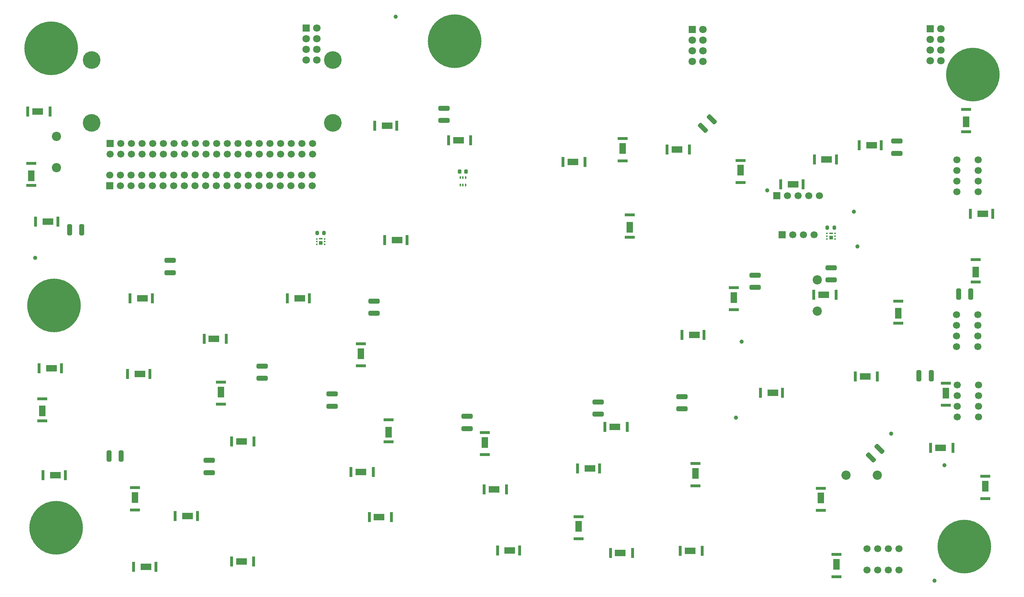
<source format=gbr>
%TF.GenerationSoftware,KiCad,Pcbnew,9.0.2*%
%TF.CreationDate,2025-10-09T09:29:39-05:00*%
%TF.ProjectId,MothBox5.0.2,4d6f7468-426f-4783-952e-302e322e6b69,5.0.2*%
%TF.SameCoordinates,Original*%
%TF.FileFunction,Soldermask,Top*%
%TF.FilePolarity,Negative*%
%FSLAX46Y46*%
G04 Gerber Fmt 4.6, Leading zero omitted, Abs format (unit mm)*
G04 Created by KiCad (PCBNEW 9.0.2) date 2025-10-09 09:29:39*
%MOMM*%
%LPD*%
G01*
G04 APERTURE LIST*
G04 Aperture macros list*
%AMRoundRect*
0 Rectangle with rounded corners*
0 $1 Rounding radius*
0 $2 $3 $4 $5 $6 $7 $8 $9 X,Y pos of 4 corners*
0 Add a 4 corners polygon primitive as box body*
4,1,4,$2,$3,$4,$5,$6,$7,$8,$9,$2,$3,0*
0 Add four circle primitives for the rounded corners*
1,1,$1+$1,$2,$3*
1,1,$1+$1,$4,$5*
1,1,$1+$1,$6,$7*
1,1,$1+$1,$8,$9*
0 Add four rect primitives between the rounded corners*
20,1,$1+$1,$2,$3,$4,$5,0*
20,1,$1+$1,$4,$5,$6,$7,0*
20,1,$1+$1,$6,$7,$8,$9,0*
20,1,$1+$1,$8,$9,$2,$3,0*%
G04 Aperture macros list end*
%ADD10RoundRect,0.250000X-1.075000X0.312500X-1.075000X-0.312500X1.075000X-0.312500X1.075000X0.312500X0*%
%ADD11R,0.800000X2.400000*%
%ADD12R,2.630000X1.520000*%
%ADD13RoundRect,0.225000X-0.225000X-0.250000X0.225000X-0.250000X0.225000X0.250000X-0.225000X0.250000X0*%
%ADD14RoundRect,0.075000X-0.075000X0.250000X-0.075000X-0.250000X0.075000X-0.250000X0.075000X0.250000X0*%
%ADD15R,2.400000X0.800000*%
%ADD16R,1.520000X2.630000*%
%ADD17C,1.000000*%
%ADD18RoundRect,0.250000X-0.539169X0.981111X-0.981111X0.539169X0.539169X-0.981111X0.981111X-0.539169X0*%
%ADD19R,0.450000X0.400000*%
%ADD20R,0.910000X0.400000*%
%ADD21R,0.910000X0.810000*%
%ADD22C,12.800000*%
%ADD23R,1.700000X1.700000*%
%ADD24C,1.700000*%
%ADD25R,1.800000X1.780000*%
%ADD26C,1.800000*%
%ADD27RoundRect,0.250000X-0.312500X-1.075000X0.312500X-1.075000X0.312500X1.075000X-0.312500X1.075000X0*%
%ADD28RoundRect,0.250000X0.312500X1.075000X-0.312500X1.075000X-0.312500X-1.075000X0.312500X-1.075000X0*%
%ADD29RoundRect,0.250000X1.075000X-0.312500X1.075000X0.312500X-1.075000X0.312500X-1.075000X-0.312500X0*%
%ADD30RoundRect,0.200000X0.200000X0.275000X-0.200000X0.275000X-0.200000X-0.275000X0.200000X-0.275000X0*%
%ADD31C,2.200000*%
%ADD32C,4.204000*%
G04 APERTURE END LIST*
D10*
%TO.C,R37*%
X121932128Y19928372D03*
X121932128Y17003372D03*
%TD*%
%TO.C,R15*%
X-13685185Y-3549651D03*
X-13685185Y-6474651D03*
%TD*%
D11*
%TO.C,LED13*%
X13164815Y53787849D03*
X18444815Y53787849D03*
D12*
X16104815Y53787849D03*
%TD*%
D10*
%TO.C,R17*%
X-26244678Y-26032629D03*
X-26244678Y-28957629D03*
%TD*%
D13*
%TO.C,C13*%
X33423881Y42861407D03*
X34973881Y42861407D03*
%TD*%
D10*
%TO.C,R22*%
X137604984Y50119912D03*
X137604984Y47194912D03*
%TD*%
%TO.C,R13*%
X35162498Y-15520039D03*
X35162498Y-18445039D03*
%TD*%
D14*
%TO.C,U18*%
X34854930Y41394962D03*
X34204930Y41394962D03*
X33554930Y41394962D03*
X33554930Y39594962D03*
X34204930Y39594962D03*
X34854930Y39594962D03*
%TD*%
D15*
%TO.C,LED9*%
X73957305Y32466849D03*
X73957305Y27186849D03*
D16*
X73957305Y29526849D03*
%TD*%
D11*
%TO.C,LED44*%
X12824288Y-28752541D03*
X7544288Y-28752541D03*
D12*
X9884288Y-28752541D03*
%TD*%
D15*
%TO.C,LED23*%
X-68720499Y44777468D03*
X-68720499Y39497468D03*
D16*
X-68720499Y41837468D03*
%TD*%
D11*
%TO.C,LED37*%
X73354815Y-18012151D03*
X68074815Y-18012151D03*
D12*
X70414815Y-18012151D03*
%TD*%
D17*
%TO.C,TP9*%
X-67749331Y22291322D03*
%TD*%
D11*
%TO.C,LED12*%
X109962528Y39797849D03*
X115242528Y39797849D03*
D12*
X112902528Y39797849D03*
%TD*%
D11*
%TO.C,LED35*%
X74654815Y-48062151D03*
X69374815Y-48062151D03*
D12*
X71714815Y-48062151D03*
%TD*%
D15*
%TO.C,LED40*%
X39414241Y-24668396D03*
X39414241Y-19388396D03*
D16*
X39414241Y-21728396D03*
%TD*%
D18*
%TO.C,R8*%
X133515012Y-23272435D03*
X131446724Y-25340723D03*
%TD*%
D15*
%TO.C,LED28*%
X149348989Y-12894689D03*
X149348989Y-7614689D03*
D16*
X149348989Y-9954689D03*
%TD*%
D19*
%TO.C,Q3*%
X1250882Y25456536D03*
X1250882Y26116535D03*
X1250882Y26766536D03*
X-649118Y26766536D03*
X-649118Y26116535D03*
X-649118Y25456536D03*
D20*
X300882Y26816537D03*
D21*
X300882Y25786537D03*
%TD*%
D22*
%TO.C,H3*%
X32214815Y73937849D03*
%TD*%
D15*
%TO.C,LED33*%
X123264815Y-53752151D03*
X123264815Y-48472151D03*
D16*
X123264815Y-50812151D03*
%TD*%
D11*
%TO.C,LED41*%
X44550556Y-32978424D03*
X39270556Y-32978424D03*
D12*
X41610556Y-32978424D03*
%TD*%
D11*
%TO.C,LED22*%
X-67655045Y30903755D03*
X-62375045Y30903755D03*
D12*
X-64715045Y30903755D03*
%TD*%
D11*
%TO.C,LED42*%
X42446264Y-47481387D03*
X47726264Y-47481387D03*
D12*
X45386264Y-47481387D03*
%TD*%
D10*
%TO.C,R23*%
X29701110Y57919480D03*
X29701110Y54994480D03*
%TD*%
D17*
%TO.C,TP4*%
X106764815Y38387849D03*
%TD*%
%TO.C,TP7*%
X100644448Y2305791D03*
%TD*%
D22*
%TO.C,H6*%
X-62785185Y-42062151D03*
%TD*%
D11*
%TO.C,LED21*%
X-45725536Y-5454480D03*
X-40445536Y-5454480D03*
D12*
X-42785536Y-5454480D03*
%TD*%
D23*
%TO.C,U5*%
X-50012001Y39448894D03*
D24*
X-50012001Y41988894D03*
X-47472001Y39448894D03*
X-47472001Y41988894D03*
X-44932002Y39448894D03*
X-44932001Y41988894D03*
X-42392001Y39448894D03*
X-42392001Y41988894D03*
X-39852001Y39448894D03*
X-39852001Y41988894D03*
X-37312001Y39448894D03*
X-37312001Y41988894D03*
X-34772001Y39448894D03*
X-34772001Y41988894D03*
X-32232000Y39448894D03*
X-32232001Y41988894D03*
X-29692001Y39448894D03*
X-29692001Y41988894D03*
X-27152001Y39448894D03*
X-27152001Y41988894D03*
X-24612001Y39448894D03*
X-24612001Y41988894D03*
X-22072002Y39448894D03*
X-22072001Y41988894D03*
X-19532001Y39448894D03*
X-19532001Y41988894D03*
X-16992001Y39448894D03*
X-16992001Y41988894D03*
X-14452001Y39448894D03*
X-14452001Y41988894D03*
X-11912002Y39448894D03*
X-11912001Y41988894D03*
X-9372000Y39448894D03*
X-9372001Y41988894D03*
X-6832001Y39448894D03*
X-6832001Y41988894D03*
X-4292001Y39448894D03*
X-4292001Y41988894D03*
X-1752001Y39448894D03*
X-1752001Y41988894D03*
%TD*%
D11*
%TO.C,LED38*%
X61524815Y-27912151D03*
X66804815Y-27912151D03*
D12*
X64464815Y-27912151D03*
%TD*%
D25*
%TO.C,H10*%
X88827556Y76664779D03*
D26*
X91367556Y76664779D03*
X88827556Y74124779D03*
X91367556Y74124779D03*
X88827556Y71584779D03*
X91367556Y71584779D03*
X88827556Y69044779D03*
X91367556Y69044779D03*
%TD*%
D11*
%TO.C,LED20*%
X-22220522Y2937849D03*
X-27500522Y2937849D03*
D12*
X-25160522Y2937849D03*
%TD*%
D11*
%TO.C,LED16*%
X-65875185Y-29512151D03*
X-60595185Y-29512151D03*
D12*
X-62935185Y-29512151D03*
%TD*%
D27*
%TO.C,R16*%
X152362506Y13603935D03*
X155287506Y13603935D03*
%TD*%
D28*
%TO.C,R24*%
X-47247654Y-24967801D03*
X-50172654Y-24967801D03*
%TD*%
D15*
%TO.C,LED7*%
X98753974Y9874638D03*
X98753974Y15154638D03*
D16*
X98753974Y12814638D03*
%TD*%
D11*
%TO.C,LED52*%
X123143246Y13469896D03*
X117863246Y13469896D03*
D12*
X120203246Y13469896D03*
%TD*%
D11*
%TO.C,LED53*%
X133012853Y-5999252D03*
X127732853Y-5999252D03*
D12*
X130072853Y-5999252D03*
%TD*%
D19*
%TO.C,Q7*%
X122885904Y26753819D03*
X122885904Y27413818D03*
X122885904Y28063819D03*
X120985904Y28063819D03*
X120985904Y27413818D03*
X120985904Y26753819D03*
D20*
X121935904Y28113820D03*
D21*
X121935904Y27083820D03*
%TD*%
D11*
%TO.C,LED2*%
X-34378623Y-39273687D03*
X-29098623Y-39273687D03*
D12*
X-31438623Y-39273687D03*
%TD*%
D29*
%TO.C,R18*%
X13021754Y9045081D03*
X13021754Y11970081D03*
%TD*%
D15*
%TO.C,LED34*%
X89653568Y-32067606D03*
X89653568Y-26787606D03*
D16*
X89653568Y-29127606D03*
%TD*%
D17*
%TO.C,TP6*%
X128267838Y24986014D03*
%TD*%
D11*
%TO.C,LED15*%
X63329814Y45116682D03*
X58049814Y45116682D03*
D12*
X60389814Y45116682D03*
%TD*%
D11*
%TO.C,LED8*%
X86419596Y3861772D03*
X91699596Y3861772D03*
D12*
X89359596Y3861772D03*
%TD*%
D15*
%TO.C,LED25*%
X156434036Y21823489D03*
X156434036Y16543489D03*
D16*
X156434036Y18883489D03*
%TD*%
D30*
%TO.C,R9*%
X122731363Y29449739D03*
X121081363Y29449739D03*
%TD*%
D11*
%TO.C,LED18*%
X-66812031Y-4052383D03*
X-61532031Y-4052383D03*
D12*
X-63872031Y-4052383D03*
%TD*%
D11*
%TO.C,LED10*%
X128672760Y49092134D03*
X133952760Y49092134D03*
D12*
X131612760Y49092134D03*
%TD*%
D11*
%TO.C,LED36*%
X91269834Y-47551229D03*
X85989834Y-47551229D03*
D12*
X88329834Y-47551229D03*
%TD*%
D15*
%TO.C,LED1*%
X-43968473Y-37821826D03*
X-43968473Y-32541826D03*
D16*
X-43968473Y-34881826D03*
%TD*%
D15*
%TO.C,LED49*%
X72237502Y45398461D03*
X72237502Y50678461D03*
D16*
X72237502Y48338461D03*
%TD*%
D15*
%TO.C,LED30*%
X158680815Y-35107165D03*
X158680815Y-29827165D03*
D16*
X158680815Y-32167165D03*
%TD*%
D15*
%TO.C,LED46*%
X-23452121Y-12643335D03*
X-23452121Y-7363335D03*
D16*
X-23452121Y-9703335D03*
%TD*%
D22*
%TO.C,H7*%
X153714815Y-46562151D03*
%TD*%
D15*
%TO.C,LED39*%
X61735751Y-44702319D03*
X61735751Y-39422319D03*
D16*
X61735751Y-41762319D03*
%TD*%
D17*
%TO.C,TP3*%
X127364815Y33237849D03*
%TD*%
D15*
%TO.C,LED27*%
X154160114Y57628725D03*
X154160114Y52348725D03*
D16*
X154160114Y54688725D03*
%TD*%
D11*
%TO.C,LED50*%
X88150103Y48090952D03*
X82870103Y48090952D03*
D12*
X85210103Y48090952D03*
%TD*%
D18*
%TO.C,R28*%
X93484709Y55279973D03*
X91416421Y53211685D03*
%TD*%
D11*
%TO.C,LED31*%
X105124815Y-9912151D03*
X110404815Y-9912151D03*
D12*
X108064815Y-9912151D03*
%TD*%
D10*
%TO.C,R10*%
X86402034Y-10815518D03*
X86402034Y-13740518D03*
%TD*%
D15*
%TO.C,LED32*%
X119514815Y-37952151D03*
X119514815Y-32672151D03*
D16*
X119514815Y-35012151D03*
%TD*%
D22*
%TO.C,H4*%
X-63935185Y72187849D03*
%TD*%
D11*
%TO.C,LED48*%
X-15657713Y-50113872D03*
X-20937713Y-50113872D03*
D12*
X-18597713Y-50113872D03*
%TD*%
D17*
%TO.C,TP2*%
X148970711Y-27151745D03*
%TD*%
D15*
%TO.C,LED51*%
X100425197Y40220959D03*
X100425197Y45500959D03*
D16*
X100425197Y43160959D03*
%TD*%
D11*
%TO.C,LED6*%
X-7652359Y12630475D03*
X-2372359Y12630475D03*
D12*
X-4712359Y12630475D03*
%TD*%
D22*
%TO.C,H5*%
X-63300000Y10884329D03*
%TD*%
D10*
%TO.C,R14*%
X3039064Y-10205001D03*
X3039064Y-13130001D03*
%TD*%
D17*
%TO.C,TP8*%
X18208170Y79732148D03*
%TD*%
D11*
%TO.C,LED3*%
X-44275185Y-51412151D03*
X-38995185Y-51412151D03*
D12*
X-41335185Y-51412151D03*
%TD*%
D11*
%TO.C,LED4*%
X15583214Y26514862D03*
X20863214Y26514862D03*
D12*
X18523214Y26514862D03*
%TD*%
D15*
%TO.C,LED54*%
X137992829Y11973809D03*
X137992829Y6693809D03*
D16*
X137992829Y9033809D03*
%TD*%
D11*
%TO.C,LED47*%
X-15645185Y-21512151D03*
X-20925185Y-21512151D03*
D12*
X-18585185Y-21512151D03*
%TD*%
D28*
%TO.C,R26*%
X-56638993Y28962261D03*
X-59563993Y28962261D03*
%TD*%
D15*
%TO.C,LED45*%
X16449790Y-16356998D03*
X16449790Y-21636998D03*
D16*
X16449790Y-19296998D03*
%TD*%
D15*
%TO.C,LED5*%
X9845089Y-3502151D03*
X9845089Y1777849D03*
D16*
X9845089Y-562151D03*
%TD*%
D10*
%TO.C,R12*%
X66457030Y-12086852D03*
X66457030Y-15011852D03*
%TD*%
%TO.C,R25*%
X-35556060Y21652849D03*
X-35556060Y18727849D03*
%TD*%
D11*
%TO.C,LED14*%
X36062288Y50273830D03*
X30782288Y50273830D03*
D12*
X33122288Y50273830D03*
%TD*%
D15*
%TO.C,LED17*%
X-66035185Y-11322151D03*
X-66035185Y-16602151D03*
D16*
X-66035185Y-14262151D03*
%TD*%
D25*
%TO.C,H9*%
X-3153838Y77032342D03*
D26*
X-613838Y77032342D03*
X-3153838Y74492342D03*
X-613838Y74492342D03*
X-3153838Y71952342D03*
X-613838Y71952342D03*
X-3153838Y69412342D03*
X-613838Y69412342D03*
%TD*%
D25*
%TO.C,H8*%
X145620519Y76898184D03*
D26*
X148160519Y76898184D03*
X145620519Y74358184D03*
X148160519Y74358184D03*
X145620519Y71818184D03*
X148160519Y71818184D03*
X145620519Y69278184D03*
X148160519Y69278184D03*
%TD*%
D22*
%TO.C,H2*%
X155714815Y65937849D03*
%TD*%
D11*
%TO.C,LED11*%
X117969562Y45680128D03*
X123249562Y45680128D03*
D12*
X120909562Y45680128D03*
%TD*%
D17*
%TO.C,TP10*%
X146615789Y-54705402D03*
%TD*%
D27*
%TO.C,R7*%
X142907750Y-5814389D03*
X145832750Y-5814389D03*
%TD*%
D17*
%TO.C,TP5*%
X136316275Y-19642711D03*
%TD*%
D30*
%TO.C,R11*%
X1109568Y28221473D03*
X-540432Y28221473D03*
%TD*%
D11*
%TO.C,LED29*%
X150994815Y-23062151D03*
X145714815Y-23062151D03*
D12*
X148054815Y-23062151D03*
%TD*%
D11*
%TO.C,LED43*%
X17157522Y-39514134D03*
X11877522Y-39514134D03*
D12*
X14217522Y-39514134D03*
%TD*%
D11*
%TO.C,LED24*%
X-64241445Y57102811D03*
X-69521445Y57102811D03*
D12*
X-67181445Y57102811D03*
%TD*%
D10*
%TO.C,R20*%
X103850261Y18119227D03*
X103850261Y15194227D03*
%TD*%
D11*
%TO.C,LED26*%
X155195902Y32762923D03*
X160475902Y32762923D03*
D12*
X158135902Y32762923D03*
%TD*%
D11*
%TO.C,LED19*%
X-45128725Y12615695D03*
X-39848725Y12615695D03*
D12*
X-42188725Y12615695D03*
%TD*%
D24*
%TO.C,J4*%
X157061743Y45616086D03*
X151981743Y45616086D03*
X157061743Y43076086D03*
X151981743Y43076086D03*
X157061743Y40536086D03*
X151981743Y40536086D03*
X157061743Y37996086D03*
X151981743Y37996086D03*
%TD*%
D31*
%TO.C,C16*%
X118675583Y9548297D03*
X118675583Y17048297D03*
%TD*%
D23*
%TO.C,U7*%
X-49915185Y49490349D03*
D24*
X-49915185Y46950349D03*
X-47375185Y49490349D03*
X-47375185Y46950349D03*
X-44835185Y49490349D03*
X-44835185Y46950349D03*
X-42295185Y49490349D03*
X-42295185Y46950349D03*
X-39755185Y49490349D03*
X-39755185Y46950349D03*
X-37215185Y49490349D03*
X-37215185Y46950349D03*
X-34675185Y49490349D03*
X-34675185Y46950349D03*
X-32135185Y49490349D03*
X-32135185Y46950349D03*
X-29595185Y49490349D03*
X-29595185Y46950349D03*
X-27055185Y49490349D03*
X-27055185Y46950349D03*
X-24515185Y49490349D03*
X-24515185Y46950349D03*
X-21975185Y49490349D03*
X-21975185Y46950349D03*
X-19435185Y49490349D03*
X-19435185Y46950349D03*
X-16895185Y49490349D03*
X-16895185Y46950349D03*
X-14355185Y49490349D03*
X-14355185Y46950349D03*
X-11815185Y49490349D03*
X-11815185Y46950349D03*
X-9275185Y49490349D03*
X-9275185Y46950349D03*
X-6735185Y49490349D03*
X-6735185Y46950349D03*
X-4195185Y49490349D03*
X-4195185Y46950349D03*
X-1655185Y49490349D03*
X-1655185Y46950349D03*
%TD*%
%TO.C,J3*%
X157079878Y-8069029D03*
X151999878Y-8069029D03*
X157079878Y-10609029D03*
X151999878Y-10609029D03*
X157079878Y-13149029D03*
X151999878Y-13149029D03*
X157079878Y-15689029D03*
X151999878Y-15689029D03*
%TD*%
D23*
%TO.C,U8*%
X109003998Y37067769D03*
D24*
X111543998Y37067769D03*
X114083998Y37067769D03*
X116623998Y37067769D03*
X119163998Y37067769D03*
%TD*%
%TO.C,J2*%
X138114741Y-52138937D03*
X138114741Y-47058937D03*
X135574741Y-52138937D03*
X135574741Y-47058937D03*
X133034741Y-52138937D03*
X133034741Y-47058937D03*
X130494741Y-52138937D03*
X130494741Y-47058937D03*
%TD*%
D32*
%TO.C,U6*%
X-54285185Y54437849D03*
X3214815Y54437849D03*
X-54285185Y69437849D03*
X3214815Y69437849D03*
%TD*%
D31*
%TO.C,C1*%
X-62650000Y51234329D03*
X-62650000Y43734329D03*
%TD*%
D24*
%TO.C,J1*%
X156914327Y8694689D03*
X151834327Y8694689D03*
X156914327Y6154689D03*
X151834327Y6154689D03*
X156914327Y3614689D03*
X151834327Y3614689D03*
X156914327Y1074689D03*
X151834327Y1074689D03*
%TD*%
D23*
%TO.C,H1*%
X110274815Y27787849D03*
D24*
X112814815Y27787849D03*
X115354814Y27787849D03*
X117894815Y27787849D03*
%TD*%
D17*
%TO.C,TP1*%
X99243003Y-15812151D03*
%TD*%
D31*
%TO.C,C14*%
X132992507Y-29530312D03*
X125492507Y-29530312D03*
%TD*%
M02*

</source>
